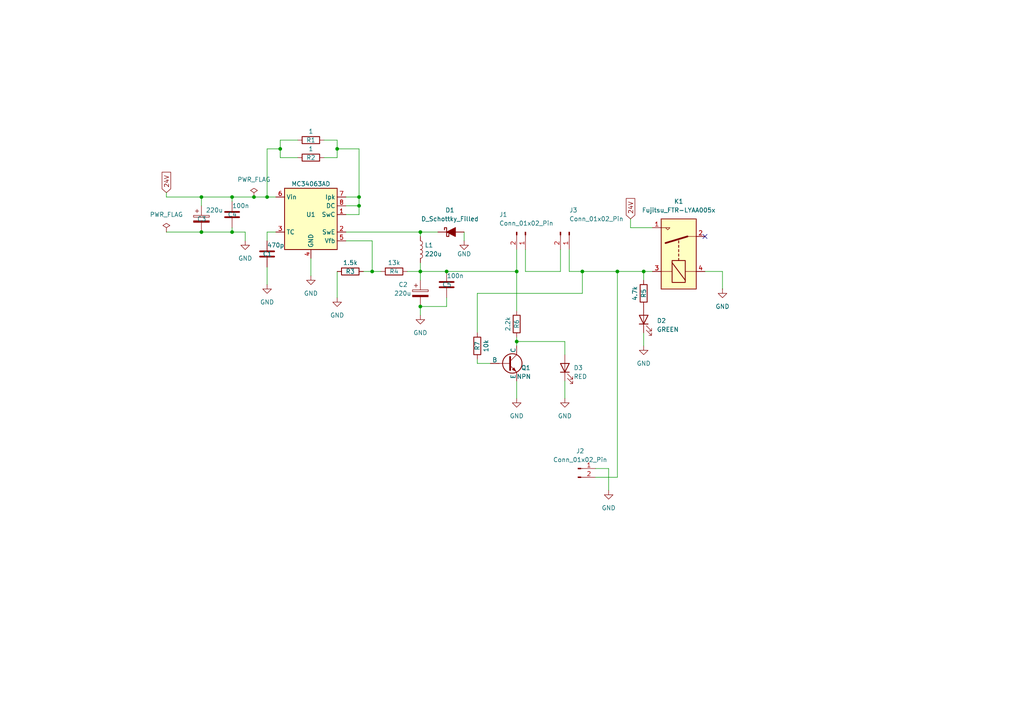
<source format=kicad_sch>
(kicad_sch (version 20231120) (generator "eeschema") (generator_version "8.0")
  (paper "A4")
  (lib_symbols
    (symbol "Connector:Conn_01x02_Pin" (pin_names (offset 1.016) hide)
      (property "Reference" "J" (at 0 2.54 0))
      (property "Value" "Conn_01x02_Pin" (at 0 -5.08 0))
      (symbol "Conn_01x02_Pin_1_1"
        (polyline (pts (xy 1.27 -2.54) (xy 0.8636 -2.54)) (stroke (width 0.1524)))
        (polyline (pts (xy 1.27 0) (xy 0.8636 0)) (stroke (width 0.1524)))
        (rectangle (start 0.8636 -2.413) (end 0 -2.667) (stroke (width 0.1524)) (fill (type outline)))
        (rectangle (start 0.8636 0.127) (end 0 -0.127) (stroke (width 0.1524)) (fill (type outline)))
        (pin passive line (at 5.08 0 180) (length 3.81) (name "Pin_1") (number "1"))
        (pin passive line (at 5.08 -2.54 180) (length 3.81) (name "Pin_2") (number "2"))
      )
    )
    (symbol "Device:C" (pin_numbers hide) (pin_names (offset 0.254))
      (property "Reference" "C" (at 0.635 2.54 0))
      (property "Value" "C" (at 0.635 -2.54 0))
      (symbol "C_0_1"
        (polyline (pts (xy -2.032 -0.762) (xy 2.032 -0.762)) (stroke (width 0.508)))
        (polyline (pts (xy -2.032 0.762) (xy 2.032 0.762)) (stroke (width 0.508)))
      )
      (symbol "C_1_1"
        (pin passive line (at 0 3.81 270) (length 2.794) (name "~") (number "1"))
        (pin passive line (at 0 -3.81 90) (length 2.794) (name "~") (number "2"))
      )
    )
    (symbol "Device:C_Polarized" (pin_numbers hide) (pin_names (offset 0.254))
      (property "Reference" "C" (at 0.635 2.54 0))
      (property "Value" "C_Polarized" (at 0.635 -2.54 0))
      (symbol "C_Polarized_0_1"
        (rectangle (start -2.286 0.508) (end 2.286 1.016))
        (polyline (pts (xy -1.778 2.286) (xy -0.762 2.286)))
        (polyline (pts (xy -1.27 2.794) (xy -1.27 1.778)))
        (rectangle (start 2.286 -0.508) (end -2.286 -1.016) (fill (type outline)))
      )
      (symbol "C_Polarized_1_1"
        (pin passive line (at 0 3.81 270) (length 2.794) (name "~") (number "1"))
        (pin passive line (at 0 -3.81 90) (length 2.794) (name "~") (number "2"))
      )
    )
    (symbol "Device:D_Schottky_Filled" (pin_numbers hide) (pin_names (offset 1.016) hide)
      (property "Reference" "D" (at 0 2.54 0))
      (property "Value" "D_Schottky_Filled" (at 0 -2.54 0))
      (symbol "D_Schottky_Filled_0_1"
        (polyline (pts (xy 1.27 0) (xy -1.27 0)))
        (polyline (pts (xy 1.27 1.27) (xy 1.27 -1.27) (xy -1.27 0) (xy 1.27 1.27)) (stroke (width 0.254)) (fill (type outline)))
        (polyline (pts (xy -1.905 0.635) (xy -1.905 1.27) (xy -1.27 1.27) (xy -1.27 -1.27) (xy -0.635 -1.27) (xy -0.635 -0.635)) (stroke (width 0.254)))
      )
      (symbol "D_Schottky_Filled_1_1"
        (pin passive line (at -3.81 0 0) (length 2.54) (name "K") (number "1"))
        (pin passive line (at 3.81 0 180) (length 2.54) (name "A") (number "2"))
      )
    )
    (symbol "Device:L" (pin_numbers hide) (pin_names (offset 1.016) hide)
      (property "Reference" "L" (at -1.27 0 90))
      (property "Value" "L" (at 1.905 0 90))
      (symbol "L_0_1"
        (arc (start 0 -2.54) (mid 0.6323 -1.905) (end 0 -1.27))
        (arc (start 0 -1.27) (mid 0.6323 -0.635) (end 0 0))
        (arc (start 0 0) (mid 0.6323 0.635) (end 0 1.27))
        (arc (start 0 1.27) (mid 0.6323 1.905) (end 0 2.54))
      )
      (symbol "L_1_1"
        (pin passive line (at 0 3.81 270) (length 1.27) (name "1") (number "1"))
        (pin passive line (at 0 -3.81 90) (length 1.27) (name "2") (number "2"))
      )
    )
    (symbol "Device:LED" (pin_numbers hide) (pin_names (offset 1.016) hide)
      (property "Reference" "D" (at 0 2.54 0))
      (property "Value" "LED" (at 0 -2.54 0))
      (symbol "LED_0_1"
        (polyline (pts (xy -1.27 -1.27) (xy -1.27 1.27)) (stroke (width 0.254)))
        (polyline (pts (xy -1.27 0) (xy 1.27 0)))
        (polyline (pts (xy 1.27 -1.27) (xy 1.27 1.27) (xy -1.27 0) (xy 1.27 -1.27)) (stroke (width 0.254)))
        (polyline (pts (xy -3.048 -0.762) (xy -4.572 -2.286) (xy -3.81 -2.286) (xy -4.572 -2.286) (xy -4.572 -1.524)))
        (polyline (pts (xy -1.778 -0.762) (xy -3.302 -2.286) (xy -2.54 -2.286) (xy -3.302 -2.286) (xy -3.302 -1.524)))
      )
      (symbol "LED_1_1"
        (pin passive line (at -3.81 0 0) (length 2.54) (name "K") (number "1"))
        (pin passive line (at 3.81 0 180) (length 2.54) (name "A") (number "2"))
      )
    )
    (symbol "Device:R" (pin_numbers hide) (pin_names (offset 0))
      (property "Reference" "R" (at 2.032 0 90))
      (property "Value" "R" (at 0 0 90))
      (symbol "R_0_1"
        (rectangle (start -1.016 -2.54) (end 1.016 2.54) (stroke (width 0.254)))
      )
      (symbol "R_1_1"
        (pin passive line (at 0 3.81 270) (length 1.27) (name "~") (number "1"))
        (pin passive line (at 0 -3.81 90) (length 1.27) (name "~") (number "2"))
      )
    )
    (symbol "Regulator_Switching:MC34063AD"
      (property "Reference" "U" (at -7.62 8.89 0))
      (property "Value" "MC34063AD" (at 0 8.89 0))
      (symbol "MC34063AD_0_1"
        (rectangle (start -7.62 7.62) (end 7.62 -10.16) (stroke (width 0.254)) (fill (type background)))
      )
      (symbol "MC34063AD_1_1"
        (pin open_collector line (at 10.16 0 180) (length 2.54) (name "SwC") (number "1"))
        (pin open_emitter line (at 10.16 -5.08 180) (length 2.54) (name "SwE") (number "2"))
        (pin passive line (at -10.16 -5.08 0) (length 2.54) (name "TC") (number "3"))
        (pin power_in line (at 0 -12.7 90) (length 2.54) (name "GND") (number "4"))
        (pin input line (at 10.16 -7.62 180) (length 2.54) (name "Vfb") (number "5"))
        (pin power_in line (at -10.16 5.08 0) (length 2.54) (name "Vin") (number "6"))
        (pin input line (at 10.16 5.08 180) (length 2.54) (name "Ipk") (number "7"))
        (pin open_collector line (at 10.16 2.54 180) (length 2.54) (name "DC") (number "8"))
      )
    )
    (symbol "Relay:Fujitsu_FTR-LYAA005x"
      (property "Reference" "K1" (at 15.24 0 90))
      (property "Value" "Fujitsu_FTR-LYAA005x" (at 12.7 0 90))
      (symbol "Fujitsu_FTR-LYAA005x_0_0"
        (polyline (pts (xy 7.62 5.08) (xy 7.62 2.54) (xy 6.985 3.175) (xy 7.62 3.81)))
      )
      (symbol "Fujitsu_FTR-LYAA005x_0_1"
        (rectangle (start -10.16 5.08) (end 10.16 -5.08) (stroke (width 0.254)) (fill (type background)))
        (rectangle (start -8.255 1.905) (end -1.905 -1.905) (stroke (width 0.254)))
        (polyline (pts (xy -7.62 -1.905) (xy -2.54 1.905)) (stroke (width 0.254)))
        (polyline (pts (xy -5.08 -5.08) (xy -5.08 -1.905)))
        (polyline (pts (xy -5.08 5.08) (xy -5.08 1.905)))
        (polyline (pts (xy -1.905 0) (xy -1.27 0)) (stroke (width 0.254)))
        (polyline (pts (xy -0.635 0) (xy 0 0)) (stroke (width 0.254)))
        (polyline (pts (xy 0.635 0) (xy 1.27 0)) (stroke (width 0.254)))
        (polyline (pts (xy 1.905 0) (xy 2.54 0)) (stroke (width 0.254)))
        (polyline (pts (xy 3.175 0) (xy 3.81 0)) (stroke (width 0.254)))
        (polyline (pts (xy 5.08 -2.54) (xy 3.175 3.81)) (stroke (width 0.508)))
        (polyline (pts (xy 5.08 -2.54) (xy 5.08 -5.08)))
      )
      (symbol "Fujitsu_FTR-LYAA005x_1_1"
        (pin passive line (at 7.62 7.62 270) (length 2.54) (name "~") (number "1"))
        (pin passive line (at 5.08 -7.62 90) (length 2.54) (name "~") (number "2"))
        (pin passive line (at -5.08 7.62 270) (length 2.54) (name "~") (number "3"))
        (pin passive line (at -5.08 -7.62 90) (length 2.54) (name "~") (number "4"))
      )
    )
    (symbol "Simulation_SPICE:NPN" (pin_numbers hide) (pin_names (offset 0))
      (property "Reference" "Q1" (at 3.81 -1.27 0))
      (property "Value" "NPN" (at 2.54 -3.81 0))
      (symbol "NPN_0_1"
        (polyline (pts (xy -2.54 0) (xy 0.635 0)) (stroke (width 0.1524)))
        (polyline (pts (xy 0.635 0.635) (xy 2.54 2.54)))
        (polyline (pts (xy 2.794 -1.27) (xy 2.794 -1.27)) (stroke (width 0.1524)))
        (polyline (pts (xy 2.794 -1.27) (xy 2.794 -1.27)) (stroke (width 0.1524)))
        (polyline (pts (xy 0.635 -0.635) (xy 2.54 -2.54) (xy 2.54 -2.54)))
        (polyline (pts (xy 0.635 1.905) (xy 0.635 -1.905) (xy 0.635 -1.905)) (stroke (width 0.508)))
        (polyline (pts (xy 1.27 -1.778) (xy 1.778 -1.27) (xy 2.286 -2.286) (xy 1.27 -1.778) (xy 1.27 -1.778)) (fill (type outline)))
        (circle (center 1.27 0) (radius 2.8194) (stroke (width 0.254)))
      )
      (symbol "NPN_1_1"
        (pin open_collector line (at 2.54 5.08 270) (length 2.54) (name "C") (number "1"))
        (pin input line (at -5.08 0 0) (length 2.54) (name "B") (number "2"))
        (pin passive line (at 2.54 -5.08 90) (length 2.54) (name "E") (number "3"))
      )
    )
    (symbol "power:GND" (power) (pin_numbers hide) (pin_names (offset 0) hide)
      (property "Value" "GND" (at 0 -3.81 0))
      (symbol "GND_0_1"
        (polyline (pts (xy 0 0) (xy 0 -1.27) (xy 1.27 -1.27) (xy 0 -2.54) (xy -1.27 -1.27) (xy 0 -1.27)))
      )
      (symbol "GND_1_1"
        (pin power_in line (at 0 0 270) (length 0) (name "~") (number "1"))
      )
    )
    (symbol "power:PWR_FLAG" (power) (pin_numbers hide) (pin_names (offset 0) hide)
      (property "Value" "PWR_FLAG" (at 0 3.81 0))
      (symbol "PWR_FLAG_0_0"
        (pin power_out line (at 0 0 90) (length 0) (name "~") (number "1"))
      )
      (symbol "PWR_FLAG_0_1"
        (polyline (pts (xy 0 0) (xy 0 1.27) (xy -1.016 1.905) (xy 0 2.54) (xy 1.016 1.905) (xy 0 1.27)))
      )
    )
  )
  (junction (at 97.79 43.18))
  (junction (at 121.92 78.74))
  (junction (at 149.86 78.74))
  (junction (at 58.42 57.15))
  (junction (at 104.14 59.69))
  (junction (at 129.54 78.74))
  (junction (at 186.69 78.74))
  (junction (at 149.86 99.06))
  (junction (at 73.66 57.15))
  (junction (at 67.31 57.15))
  (junction (at 104.14 57.15))
  (junction (at 77.47 57.15))
  (junction (at 168.91 78.74))
  (junction (at 121.92 67.31))
  (junction (at 179.07 78.74))
  (junction (at 107.95 78.74))
  (junction (at 121.92 88.9))
  (junction (at 81.28 43.18))
  (junction (at 67.31 67.31))
  (junction (at 58.42 67.31))
  (no_connect (at 204.47 68.58))
  (wire (pts (xy 149.86 110.49) (xy 149.86 115.57)))
  (wire (pts (xy 100.33 57.15) (xy 104.14 57.15)))
  (wire (pts (xy 77.47 43.18) (xy 77.47 57.15)))
  (wire (pts (xy 165.1 78.74) (xy 168.91 78.74)))
  (wire (pts (xy 104.14 57.15) (xy 104.14 43.18)))
  (wire (pts (xy 67.31 57.15) (xy 67.31 58.42)))
  (wire (pts (xy 182.88 66.04) (xy 189.23 66.04)))
  (wire (pts (xy 104.14 62.23) (xy 104.14 59.69)))
  (wire (pts (xy 58.42 57.15) (xy 67.31 57.15)))
  (wire (pts (xy 176.53 135.89) (xy 172.72 135.89)))
  (wire (pts (xy 179.07 78.74) (xy 186.69 78.74)))
  (wire (pts (xy 67.31 57.15) (xy 73.66 57.15)))
  (wire (pts (xy 129.54 88.9) (xy 121.92 88.9)))
  (wire (pts (xy 121.92 76.2) (xy 121.92 78.74)))
  (wire (pts (xy 104.14 59.69) (xy 104.14 57.15)))
  (wire (pts (xy 48.26 67.31) (xy 58.42 67.31)))
  (wire (pts (xy 105.41 78.74) (xy 107.95 78.74)))
  (wire (pts (xy 172.72 138.43) (xy 179.07 138.43)))
  (wire (pts (xy 149.86 78.74) (xy 149.86 90.17)))
  (wire (pts (xy 163.83 102.87) (xy 163.83 99.06)))
  (wire (pts (xy 48.26 55.88) (xy 48.26 57.15)))
  (wire (pts (xy 182.88 63.5) (xy 182.88 66.04)))
  (wire (pts (xy 80.01 57.15) (xy 77.47 57.15)))
  (wire (pts (xy 179.07 138.43) (xy 179.07 78.74)))
  (wire (pts (xy 81.28 43.18) (xy 77.47 43.18)))
  (wire (pts (xy 81.28 43.18) (xy 81.28 40.64)))
  (wire (pts (xy 176.53 135.89) (xy 176.53 142.24)))
  (wire (pts (xy 204.47 78.74) (xy 209.55 78.74)))
  (wire (pts (xy 81.28 40.64) (xy 86.36 40.64)))
  (wire (pts (xy 73.66 57.15) (xy 77.47 57.15)))
  (wire (pts (xy 121.92 78.74) (xy 129.54 78.74)))
  (wire (pts (xy 162.56 72.39) (xy 162.56 78.74)))
  (wire (pts (xy 100.33 62.23) (xy 104.14 62.23)))
  (wire (pts (xy 129.54 86.36) (xy 129.54 88.9)))
  (wire (pts (xy 134.62 69.85) (xy 134.62 67.31)))
  (wire (pts (xy 186.69 78.74) (xy 189.23 78.74)))
  (wire (pts (xy 81.28 45.72) (xy 81.28 43.18)))
  (wire (pts (xy 129.54 78.74) (xy 149.86 78.74)))
  (wire (pts (xy 165.1 72.39) (xy 165.1 78.74)))
  (wire (pts (xy 121.92 91.44) (xy 121.92 88.9)))
  (wire (pts (xy 48.26 57.15) (xy 58.42 57.15)))
  (wire (pts (xy 77.47 69.85) (xy 77.47 67.31)))
  (wire (pts (xy 71.12 69.85) (xy 71.12 67.31)))
  (wire (pts (xy 107.95 78.74) (xy 110.49 78.74)))
  (wire (pts (xy 100.33 69.85) (xy 107.95 69.85)))
  (wire (pts (xy 97.79 40.64) (xy 93.98 40.64)))
  (wire (pts (xy 58.42 57.15) (xy 58.42 59.69)))
  (wire (pts (xy 138.43 96.52) (xy 138.43 85.09)))
  (wire (pts (xy 152.4 72.39) (xy 152.4 78.74)))
  (wire (pts (xy 97.79 78.74) (xy 97.79 86.36)))
  (wire (pts (xy 138.43 105.41) (xy 142.24 105.41)))
  (wire (pts (xy 168.91 78.74) (xy 179.07 78.74)))
  (wire (pts (xy 107.95 69.85) (xy 107.95 78.74)))
  (wire (pts (xy 67.31 66.04) (xy 67.31 67.31)))
  (wire (pts (xy 97.79 45.72) (xy 93.98 45.72)))
  (wire (pts (xy 104.14 43.18) (xy 97.79 43.18)))
  (wire (pts (xy 162.56 78.74) (xy 152.4 78.74)))
  (wire (pts (xy 121.92 67.31) (xy 127 67.31)))
  (wire (pts (xy 100.33 59.69) (xy 104.14 59.69)))
  (wire (pts (xy 149.86 99.06) (xy 149.86 100.33)))
  (wire (pts (xy 186.69 96.52) (xy 186.69 100.33)))
  (wire (pts (xy 138.43 104.14) (xy 138.43 105.41)))
  (wire (pts (xy 209.55 78.74) (xy 209.55 83.82)))
  (wire (pts (xy 58.42 67.31) (xy 67.31 67.31)))
  (wire (pts (xy 121.92 78.74) (xy 121.92 81.28)))
  (wire (pts (xy 149.86 97.79) (xy 149.86 99.06)))
  (wire (pts (xy 67.31 67.31) (xy 71.12 67.31)))
  (wire (pts (xy 118.11 78.74) (xy 121.92 78.74)))
  (wire (pts (xy 149.86 72.39) (xy 149.86 78.74)))
  (wire (pts (xy 77.47 67.31) (xy 80.01 67.31)))
  (wire (pts (xy 168.91 85.09) (xy 168.91 78.74)))
  (wire (pts (xy 163.83 110.49) (xy 163.83 115.57)))
  (wire (pts (xy 121.92 67.31) (xy 121.92 68.58)))
  (wire (pts (xy 186.69 78.74) (xy 186.69 81.28)))
  (wire (pts (xy 97.79 43.18) (xy 97.79 45.72)))
  (wire (pts (xy 100.33 67.31) (xy 121.92 67.31)))
  (wire (pts (xy 86.36 45.72) (xy 81.28 45.72)))
  (wire (pts (xy 77.47 82.55) (xy 77.47 77.47)))
  (wire (pts (xy 138.43 85.09) (xy 168.91 85.09)))
  (wire (pts (xy 163.83 99.06) (xy 149.86 99.06)))
  (wire (pts (xy 97.79 43.18) (xy 97.79 40.64)))
  (wire (pts (xy 90.17 80.01) (xy 90.17 74.93)))
  (global_label "24V" (shape input) (at 48.26 55.88 90) (property "Intersheetrefs" "${INTERSHEET_REFS}" (effects (hide yes))))
  (global_label "24V" (shape input) (at 182.88 63.5 90) (property "Intersheetrefs" "${INTERSHEET_REFS}" (effects (hide yes))))
  (symbol (lib_id "Connector:Conn_01x02_Pin") (at 152.4 67.31 270) (unit 1)
    (property "Reference" "J1" (at 144.78 62.23 90) (effects (justify left)))
    (property "Value" "Conn_01x02_Pin" (at 144.78 64.77 90) (effects (justify left)))
    (property "Footprint" "Connector_JST:JST_XH_B2B-XH-A_1x02_P2.50mm_Vertical" (effects (hide yes)))
    (property "Description" "Generic connector, single row, 01x02, script generated" (effects (hide yes)))
  )
  (symbol (lib_id "Device:LED") (at 163.83 106.68 90) (unit 1)
    (property "Reference" "D3" (at 166.37 106.68 90) (effects (justify right)))
    (property "Value" "RED" (at 166.37 109.22 90) (effects (justify right)))
    (property "Footprint" "LED_SMD:LED_0805_2012Metric" (effects (hide yes)))
    (property "Description" "Light emitting diode" (effects (hide yes)))
  )
  (symbol (lib_id "Connector:Conn_01x02_Pin") (at 165.1 67.31 270) (unit 1)
    (property "Reference" "J3" (at 165.1 60.96 90) (effects (justify left)))
    (property "Value" "Conn_01x02_Pin" (at 165.1 63.5 90) (effects (justify left)))
    (property "Footprint" "Connector_JST:JST_XH_B2B-XH-A_1x02_P2.50mm_Vertical" (effects (hide yes)))
    (property "Description" "Generic connector, single row, 01x02, script generated" (effects (hide yes)))
  )
  (symbol (lib_id "power:GND") (at 186.69 100.33 0) (unit 1)
    (property "Reference" "#PWR07" (effects (hide yes)))
    (property "Value" "GND" (at 186.69 105.41 0))
    (property "Description" "Power symbol creates a global label with name \"GND\" , ground" (effects (hide yes)))
  )
  (symbol (lib_id "Relay:Fujitsu_FTR-LYAA005x") (at 196.85 73.66 90) (unit 1)
    (property "Reference" "K1" (at 196.85 58.42 90))
    (property "Value" "Fujitsu_FTR-LYAA005x" (at 196.85 60.96 90))
    (property "Footprint" "AAA:relay_897_1AH_C_001" (effects (hide yes)))
    (property "Datasheet" "https://www.fujitsu.com/sg/imagesgig5/ftr-ly.pdf" (effects (hide yes)))
    (property "Description" "Relay, SPST Form A, vertical mount, 5-60V coil, 6A, 250VAC, 28 x 5 x 15mm" (effects (hide yes)))
  )
  (symbol (lib_id "power:GND") (at 176.53 142.24 0) (unit 1)
    (property "Reference" "#PWR011" (effects (hide yes)))
    (property "Value" "GND" (at 176.53 147.32 0))
    (property "Description" "Power symbol creates a global label with name \"GND\" , ground" (effects (hide yes)))
  )
  (symbol (lib_id "Connector:Conn_01x02_Pin") (at 167.64 135.89 0) (unit 1)
    (property "Reference" "J2" (at 168.275 130.81 0))
    (property "Value" "Conn_01x02_Pin" (at 168.275 133.35 0))
    (property "Footprint" "Connector_JST:JST_XH_B2B-XH-A_1x02_P2.50mm_Vertical" (effects (hide yes)))
    (property "Description" "Generic connector, single row, 01x02, script generated" (effects (hide yes)))
  )
  (symbol (lib_id "power:GND") (at 149.86 115.57 0) (unit 1)
    (property "Reference" "#PWR09" (effects (hide yes)))
    (property "Value" "GND" (at 149.86 120.65 0))
    (property "Description" "Power symbol creates a global label with name \"GND\" , ground" (effects (hide yes)))
  )
  (symbol (lib_id "Device:R") (at 90.17 45.72 90) (unit 1)
    (property "Reference" "R2" (at 90.17 45.72 90))
    (property "Value" "1" (at 90.17 43.18 90))
    (property "Footprint" "Resistor_SMD:R_0603_1608Metric" (effects (hide yes)))
    (property "Description" "Resistor" (effects (hide yes)))
  )
  (symbol (lib_id "Device:L") (at 121.92 72.39 0) (unit 1)
    (property "Reference" "L1" (at 123.19 71.1199 0) (effects (justify left)))
    (property "Value" "220u" (at 123.19 73.6599 0) (effects (justify left)))
    (property "Footprint" "AAA:my_L_1" (effects (hide yes)))
    (property "Description" "Inductor" (effects (hide yes)))
  )
  (symbol (lib_id "Device:C") (at 77.47 73.66 0) (unit 1)
    (property "Reference" "C1" (at 76.2 73.66 0) (effects (justify left)))
    (property "Value" "470p" (at 77.47 71.12 0) (effects (justify left)))
    (property "Footprint" "Capacitor_SMD:C_0603_1608Metric" (effects (hide yes)))
    (property "Description" "Unpolarized capacitor" (effects (hide yes)))
  )
  (symbol (lib_id "power:GND") (at 90.17 80.01 0) (unit 1)
    (property "Reference" "#PWR03" (effects (hide yes)))
    (property "Value" "GND" (at 90.17 85.09 0))
    (property "Description" "Power symbol creates a global label with name \"GND\" , ground" (effects (hide yes)))
  )
  (symbol (lib_id "power:PWR_FLAG") (at 73.66 57.15 0) (unit 1)
    (property "Reference" "#FLG01" (effects (hide yes)))
    (property "Value" "PWR_FLAG" (at 73.66 52.07 0))
    (property "Description" "Special symbol for telling ERC where power comes from" (effects (hide yes)))
  )
  (symbol (lib_id "power:GND") (at 134.62 69.85 0) (unit 1)
    (property "Reference" "#PWR06" (effects (hide yes)))
    (property "Value" "GND" (at 134.62 73.66 0))
    (property "Description" "Power symbol creates a global label with name \"GND\" , ground" (effects (hide yes)))
  )
  (symbol (lib_id "Regulator_Switching:MC34063AD") (at 90.17 62.23 0) (unit 1)
    (property "Reference" "U1" (at 90.17 62.23 0))
    (property "Value" "MC34063AD" (at 90.17 53.34 0))
    (property "Footprint" "Package_SO:SOIC-8_3.9x4.9mm_P1.27mm" (effects (hide yes)))
    (property "Datasheet" "http://www.onsemi.com/pub_link/Collateral/MC34063A-D.PDF" (effects (hide yes)))
    (property "Description" "1.5A, step-up/down/inverting switching regulator, 3-40V Vin, 100kHz, SO-8" (effects (hide yes)))
  )
  (symbol (lib_id "Device:R") (at 138.43 100.33 0) (unit 1)
    (property "Reference" "R7" (at 138.43 100.33 90))
    (property "Value" "10k" (at 140.97 100.33 90))
    (property "Footprint" "Resistor_SMD:R_0603_1608Metric" (effects (hide yes)))
    (property "Description" "Resistor" (effects (hide yes)))
  )
  (symbol (lib_id "power:GND") (at 77.47 82.55 0) (unit 1)
    (property "Reference" "#PWR02" (effects (hide yes)))
    (property "Value" "GND" (at 77.47 87.63 0))
    (property "Description" "Power symbol creates a global label with name \"GND\" , ground" (effects (hide yes)))
  )
  (symbol (lib_id "Device:R") (at 186.69 85.09 180) (unit 1)
    (property "Reference" "R5" (at 186.69 85.09 90))
    (property "Value" "4.7k" (at 184.15 85.09 90))
    (property "Footprint" "Resistor_SMD:R_0603_1608Metric" (effects (hide yes)))
    (property "Description" "Resistor" (effects (hide yes)))
  )
  (symbol (lib_id "Device:R") (at 101.6 78.74 90) (unit 1)
    (property "Reference" "R3" (at 101.6 78.74 90))
    (property "Value" "1.5k" (at 101.6 76.2 90))
    (property "Footprint" "Resistor_SMD:R_0603_1608Metric" (effects (hide yes)))
    (property "Description" "Resistor" (effects (hide yes)))
  )
  (symbol (lib_id "power:GND") (at 97.79 86.36 0) (unit 1)
    (property "Reference" "#PWR04" (effects (hide yes)))
    (property "Value" "GND" (at 97.79 91.44 0))
    (property "Description" "Power symbol creates a global label with name \"GND\" , ground" (effects (hide yes)))
  )
  (symbol (lib_id "power:GND") (at 71.12 69.85 0) (unit 1)
    (property "Reference" "#PWR01" (effects (hide yes)))
    (property "Value" "GND" (at 71.12 74.93 0))
    (property "Description" "Power symbol creates a global label with name \"GND\" , ground" (effects (hide yes)))
  )
  (symbol (lib_id "power:PWR_FLAG") (at 48.26 67.31 0) (unit 1)
    (property "Reference" "#FLG02" (effects (hide yes)))
    (property "Value" "PWR_FLAG" (at 48.26 62.23 0))
    (property "Description" "Special symbol for telling ERC where power comes from" (effects (hide yes)))
  )
  (symbol (lib_id "Device:D_Schottky_Filled") (at 130.81 67.31 0) (unit 1)
    (property "Reference" "D1" (at 130.4925 60.96 0))
    (property "Value" "D_Schottky_Filled" (at 130.4925 63.5 0))
    (property "Footprint" "AAA:DIOM5227X270N" (effects (hide yes)))
    (property "Description" "Schottky diode, filled shape" (effects (hide yes)))
  )
  (symbol (lib_id "power:GND") (at 163.83 115.57 0) (unit 1)
    (property "Reference" "#PWR010" (effects (hide yes)))
    (property "Value" "GND" (at 163.83 120.65 0))
    (property "Description" "Power symbol creates a global label with name \"GND\" , ground" (effects (hide yes)))
  )
  (symbol (lib_id "power:GND") (at 121.92 91.44 0) (unit 1)
    (property "Reference" "#PWR05" (effects (hide yes)))
    (property "Value" "GND" (at 121.92 96.52 0))
    (property "Description" "Power symbol creates a global label with name \"GND\" , ground" (effects (hide yes)))
  )
  (symbol (lib_id "power:GND") (at 209.55 83.82 0) (unit 1)
    (property "Reference" "#PWR08" (effects (hide yes)))
    (property "Value" "GND" (at 209.55 88.9 0))
    (property "Description" "Power symbol creates a global label with name \"GND\" , ground" (effects (hide yes)))
  )
  (symbol (lib_id "Device:R") (at 114.3 78.74 90) (unit 1)
    (property "Reference" "R4" (at 114.3 78.74 90))
    (property "Value" "13k" (at 114.3 76.2 90))
    (property "Footprint" "Resistor_SMD:R_0603_1608Metric" (effects (hide yes)))
    (property "Description" "Resistor" (effects (hide yes)))
  )
  (symbol (lib_id "Device:R") (at 90.17 40.64 90) (unit 1)
    (property "Reference" "R1" (at 90.17 40.64 90))
    (property "Value" "1" (at 90.17 38.1 90))
    (property "Footprint" "Resistor_SMD:R_0603_1608Metric" (effects (hide yes)))
    (property "Description" "Resistor" (effects (hide yes)))
  )
  (symbol (lib_id "Device:C_Polarized") (at 121.92 85.09 0) (unit 1)
    (property "Reference" "C2" (at 115.57 82.55 0) (effects (justify left)))
    (property "Value" "220u" (at 114.3 85.09 0) (effects (justify left)))
    (property "Footprint" "Capacitor_THT:C_Radial_D8.0mm_H7.0mm_P3.50mm" (effects (hide yes)))
    (property "Description" "Polarized capacitor" (effects (hide yes)))
  )
  (symbol (lib_id "Simulation_SPICE:NPN") (at 147.32 105.41 0) (unit 1)
    (property "Reference" "Q1" (at 151.13 106.68 0) (effects (justify left)))
    (property "Value" "NPN" (at 149.86 109.22 0) (effects (justify left)))
    (property "Footprint" "AAA:SOT95P240X120-3N" (effects (hide yes)))
    (property "Datasheet" "https://ngspice.sourceforge.io/docs/ngspice-html-manual/manual.xhtml#cha_BJTs" (effects (hide yes)))
    (property "Description" "Bipolar transistor symbol for simulation only, substrate tied to the emitter" (effects (hide yes)))
    (property "Sim.Device" "NPN" (effects (hide yes)))
    (property "Sim.Type" "GUMMELPOON" (effects (hide yes)))
    (property "Sim.Pins" "1=C 2=B 3=E" (effects (hide yes)))
  )
  (symbol (lib_id "Device:R") (at 149.86 93.98 180) (unit 1)
    (property "Reference" "R6" (at 149.86 93.98 90))
    (property "Value" "2.2k" (at 147.32 93.98 90))
    (property "Footprint" "Resistor_SMD:R_0603_1608Metric" (effects (hide yes)))
    (property "Description" "Resistor" (effects (hide yes)))
  )
  (symbol (lib_id "Device:LED") (at 186.69 92.71 90) (unit 1)
    (property "Reference" "D2" (at 190.5 93.0274 90) (effects (justify right)))
    (property "Value" "GREEN" (at 190.5 95.5674 90) (effects (justify right)))
    (property "Footprint" "LED_SMD:LED_0805_2012Metric" (effects (hide yes)))
    (property "Description" "Light emitting diode" (effects (hide yes)))
  )
  (symbol (lib_id "Device:C") (at 129.54 82.55 0) (unit 1)
    (property "Reference" "C5" (at 128.27 82.55 0) (effects (justify left)))
    (property "Value" "100n" (at 129.54 80.01 0) (effects (justify left)))
    (property "Footprint" "Capacitor_SMD:C_0603_1608Metric" (effects (hide yes)))
    (property "Description" "Unpolarized capacitor" (effects (hide yes)))
  )
  (symbol (lib_id "Device:C") (at 67.31 62.23 0) (unit 1)
    (property "Reference" "C4" (at 66.04 62.23 0) (effects (justify left)))
    (property "Value" "100n" (at 67.31 59.69 0) (effects (justify left)))
    (property "Footprint" "Capacitor_SMD:C_0603_1608Metric" (effects (hide yes)))
    (property "Description" "Unpolarized capacitor" (effects (hide yes)))
  )
  (symbol (lib_id "Device:C_Polarized") (at 58.42 63.5 0) (unit 1)
    (property "Reference" "C3" (at 57.15 63.5 0) (effects (justify left)))
    (property "Value" "220u" (at 59.69 60.96 0) (effects (justify left)))
    (property "Footprint" "Capacitor_THT:C_Radial_D8.0mm_H7.0mm_P3.50mm" (effects (hide yes)))
    (property "Description" "Polarized capacitor" (effects (hide yes)))
  )
)
</source>
